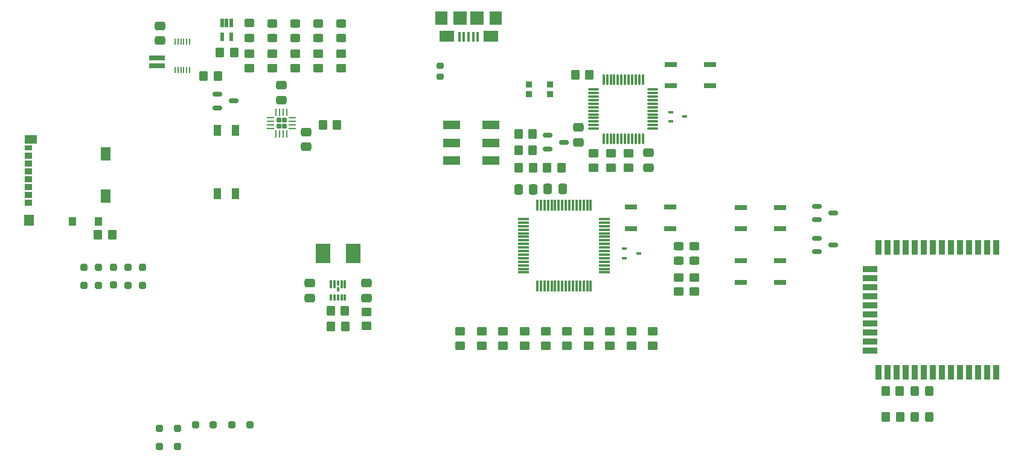
<source format=gtp>
G04 #@! TF.GenerationSoftware,KiCad,Pcbnew,7.0.10*
G04 #@! TF.CreationDate,2024-03-07T14:57:28-05:00*
G04 #@! TF.ProjectId,ECE477_PCBDesign,45434534-3737-45f5-9043-424465736967,1*
G04 #@! TF.SameCoordinates,Original*
G04 #@! TF.FileFunction,Paste,Top*
G04 #@! TF.FilePolarity,Positive*
%FSLAX46Y46*%
G04 Gerber Fmt 4.6, Leading zero omitted, Abs format (unit mm)*
G04 Created by KiCad (PCBNEW 7.0.10) date 2024-03-07 14:57:28*
%MOMM*%
%LPD*%
G01*
G04 APERTURE LIST*
G04 Aperture macros list*
%AMRoundRect*
0 Rectangle with rounded corners*
0 $1 Rounding radius*
0 $2 $3 $4 $5 $6 $7 $8 $9 X,Y pos of 4 corners*
0 Add a 4 corners polygon primitive as box body*
4,1,4,$2,$3,$4,$5,$6,$7,$8,$9,$2,$3,0*
0 Add four circle primitives for the rounded corners*
1,1,$1+$1,$2,$3*
1,1,$1+$1,$4,$5*
1,1,$1+$1,$6,$7*
1,1,$1+$1,$8,$9*
0 Add four rect primitives between the rounded corners*
20,1,$1+$1,$2,$3,$4,$5,0*
20,1,$1+$1,$4,$5,$6,$7,0*
20,1,$1+$1,$6,$7,$8,$9,0*
20,1,$1+$1,$8,$9,$2,$3,0*%
G04 Aperture macros list end*
%ADD10C,0.010000*%
%ADD11R,2.489200X1.193800*%
%ADD12RoundRect,0.250000X-0.250000X-0.250000X0.250000X-0.250000X0.250000X0.250000X-0.250000X0.250000X0*%
%ADD13RoundRect,0.250000X0.450000X-0.350000X0.450000X0.350000X-0.450000X0.350000X-0.450000X-0.350000X0*%
%ADD14R,0.812800X0.838200*%
%ADD15R,1.701800X0.762000*%
%ADD16RoundRect,0.250000X0.450000X-0.325000X0.450000X0.325000X-0.450000X0.325000X-0.450000X-0.325000X0*%
%ADD17RoundRect,0.250000X-0.350000X-0.450000X0.350000X-0.450000X0.350000X0.450000X-0.350000X0.450000X0*%
%ADD18RoundRect,0.250000X-0.450000X0.350000X-0.450000X-0.350000X0.450000X-0.350000X0.450000X0.350000X0*%
%ADD19RoundRect,0.075000X0.662500X0.075000X-0.662500X0.075000X-0.662500X-0.075000X0.662500X-0.075000X0*%
%ADD20RoundRect,0.075000X0.075000X0.662500X-0.075000X0.662500X-0.075000X-0.662500X0.075000X-0.662500X0*%
%ADD21RoundRect,0.250000X-0.475000X0.337500X-0.475000X-0.337500X0.475000X-0.337500X0.475000X0.337500X0*%
%ADD22RoundRect,0.250000X0.350000X0.450000X-0.350000X0.450000X-0.350000X-0.450000X0.350000X-0.450000X0*%
%ADD23RoundRect,0.250000X-0.450000X0.325000X-0.450000X-0.325000X0.450000X-0.325000X0.450000X0.325000X0*%
%ADD24R,2.209800X0.711200*%
%ADD25RoundRect,0.150000X-0.512500X-0.150000X0.512500X-0.150000X0.512500X0.150000X-0.512500X0.150000X0*%
%ADD26RoundRect,0.250000X0.250000X-0.250000X0.250000X0.250000X-0.250000X0.250000X-0.250000X-0.250000X0*%
%ADD27RoundRect,0.250000X-0.325000X-0.450000X0.325000X-0.450000X0.325000X0.450000X-0.325000X0.450000X0*%
%ADD28RoundRect,0.250000X-0.337500X-0.475000X0.337500X-0.475000X0.337500X0.475000X-0.337500X0.475000X0*%
%ADD29R,0.900000X2.000000*%
%ADD30R,2.000000X0.900000*%
%ADD31R,0.700000X0.450000*%
%ADD32RoundRect,0.218750X0.256250X-0.218750X0.256250X0.218750X-0.256250X0.218750X-0.256250X-0.218750X0*%
%ADD33RoundRect,0.172500X-0.172500X0.172500X-0.172500X-0.172500X0.172500X-0.172500X0.172500X0.172500X0*%
%ADD34RoundRect,0.062500X-0.062500X0.453500X-0.062500X-0.453500X0.062500X-0.453500X0.062500X0.453500X0*%
%ADD35RoundRect,0.062500X-0.453500X0.062500X-0.453500X-0.062500X0.453500X-0.062500X0.453500X0.062500X0*%
%ADD36RoundRect,0.250000X0.475000X-0.337500X0.475000X0.337500X-0.475000X0.337500X-0.475000X-0.337500X0*%
%ADD37RoundRect,0.075000X0.700000X0.075000X-0.700000X0.075000X-0.700000X-0.075000X0.700000X-0.075000X0*%
%ADD38RoundRect,0.075000X0.075000X0.700000X-0.075000X0.700000X-0.075000X-0.700000X0.075000X-0.700000X0*%
%ADD39R,1.100000X0.850000*%
%ADD40R,1.100000X0.750000*%
%ADD41R,1.000000X1.200000*%
%ADD42R,1.350000X1.550000*%
%ADD43R,1.800000X1.170000*%
%ADD44R,1.350000X1.900000*%
%ADD45R,1.100000X1.500000*%
%ADD46RoundRect,0.012500X0.112500X-0.386000X0.112500X0.386000X-0.112500X0.386000X-0.112500X-0.386000X0*%
%ADD47RoundRect,0.012500X0.112500X-0.536000X0.112500X0.536000X-0.112500X0.536000X-0.112500X-0.536000X0*%
%ADD48R,2.158600X2.794000*%
%ADD49RoundRect,0.020000X-0.180000X0.575000X-0.180000X-0.575000X0.180000X-0.575000X0.180000X0.575000X0*%
%ADD50R,0.200000X0.200000*%
%ADD51O,0.200000X0.850000*%
%ADD52R,0.400000X1.350000*%
%ADD53R,1.800000X1.900000*%
%ADD54R,2.100000X1.600000*%
%ADD55R,1.900000X1.900000*%
%ADD56RoundRect,0.250000X0.337500X0.475000X-0.337500X0.475000X-0.337500X-0.475000X0.337500X-0.475000X0*%
G04 APERTURE END LIST*
D10*
X192771311Y-142538060D02*
X192773311Y-142538060D01*
X192776311Y-142539060D01*
X192778311Y-142539060D01*
X192781311Y-142540060D01*
X192783311Y-142541060D01*
X192786311Y-142542060D01*
X192788311Y-142544060D01*
X192790311Y-142545060D01*
X192792311Y-142547060D01*
X192794311Y-142548060D01*
X192796311Y-142550060D01*
X192798311Y-142552060D01*
X192800311Y-142554060D01*
X192802311Y-142556060D01*
X192803311Y-142558060D01*
X192805311Y-142560060D01*
X192806311Y-142562060D01*
X192808311Y-142564060D01*
X192809311Y-142567060D01*
X192810311Y-142569060D01*
X192811311Y-142572060D01*
X192811311Y-142574060D01*
X192812311Y-142577060D01*
X192812311Y-142579060D01*
X192813311Y-142582060D01*
X192813311Y-142584060D01*
X192813311Y-142587060D01*
X192813311Y-143037060D01*
X192813311Y-143040060D01*
X192813311Y-143042060D01*
X192812311Y-143045060D01*
X192812311Y-143047060D01*
X192811311Y-143050060D01*
X192811311Y-143052060D01*
X192810311Y-143055060D01*
X192809311Y-143057060D01*
X192808311Y-143060060D01*
X192806311Y-143062060D01*
X192805311Y-143064060D01*
X192803311Y-143066060D01*
X192802311Y-143068060D01*
X192800311Y-143070060D01*
X192798311Y-143072060D01*
X192796311Y-143074060D01*
X192794311Y-143076060D01*
X192792311Y-143077060D01*
X192790311Y-143079060D01*
X192788311Y-143080060D01*
X192786311Y-143082060D01*
X192783311Y-143083060D01*
X192781311Y-143084060D01*
X192778311Y-143085060D01*
X192776311Y-143085060D01*
X192773311Y-143086060D01*
X192771311Y-143086060D01*
X192768311Y-143087060D01*
X192766311Y-143087060D01*
X192763311Y-143087060D01*
X192613311Y-143087060D01*
X192610311Y-143087060D01*
X192608311Y-143087060D01*
X192605311Y-143086060D01*
X192603311Y-143086060D01*
X192600311Y-143085060D01*
X192598311Y-143085060D01*
X192595311Y-143084060D01*
X192593311Y-143083060D01*
X192590311Y-143082060D01*
X192588311Y-143080060D01*
X192586311Y-143079060D01*
X192584311Y-143077060D01*
X192582311Y-143076060D01*
X192580311Y-143074060D01*
X192578311Y-143072060D01*
X192576311Y-143070060D01*
X192574311Y-143068060D01*
X192573311Y-143066060D01*
X192571311Y-143064060D01*
X192570311Y-143062060D01*
X192568311Y-143060060D01*
X192567311Y-143057060D01*
X192566311Y-143055060D01*
X192565311Y-143052060D01*
X192565311Y-143050060D01*
X192564311Y-143047060D01*
X192564311Y-143045060D01*
X192563311Y-143042060D01*
X192563311Y-143040060D01*
X192563311Y-143037060D01*
X192563311Y-142587060D01*
X192563311Y-142584060D01*
X192563311Y-142582060D01*
X192564311Y-142579060D01*
X192564311Y-142577060D01*
X192565311Y-142574060D01*
X192565311Y-142572060D01*
X192566311Y-142569060D01*
X192567311Y-142567060D01*
X192568311Y-142564060D01*
X192570311Y-142562060D01*
X192571311Y-142560060D01*
X192573311Y-142558060D01*
X192574311Y-142556060D01*
X192576311Y-142554060D01*
X192578311Y-142552060D01*
X192580311Y-142550060D01*
X192582311Y-142548060D01*
X192584311Y-142547060D01*
X192586311Y-142545060D01*
X192588311Y-142544060D01*
X192590311Y-142542060D01*
X192593311Y-142541060D01*
X192595311Y-142540060D01*
X192598311Y-142539060D01*
X192600311Y-142539060D01*
X192603311Y-142538060D01*
X192605311Y-142538060D01*
X192608311Y-142537060D01*
X192610311Y-142537060D01*
X192613311Y-142537060D01*
X192763311Y-142537060D01*
X192766311Y-142537060D01*
X192768311Y-142537060D01*
X192771311Y-142538060D01*
G36*
X192771311Y-142538060D02*
G01*
X192773311Y-142538060D01*
X192776311Y-142539060D01*
X192778311Y-142539060D01*
X192781311Y-142540060D01*
X192783311Y-142541060D01*
X192786311Y-142542060D01*
X192788311Y-142544060D01*
X192790311Y-142545060D01*
X192792311Y-142547060D01*
X192794311Y-142548060D01*
X192796311Y-142550060D01*
X192798311Y-142552060D01*
X192800311Y-142554060D01*
X192802311Y-142556060D01*
X192803311Y-142558060D01*
X192805311Y-142560060D01*
X192806311Y-142562060D01*
X192808311Y-142564060D01*
X192809311Y-142567060D01*
X192810311Y-142569060D01*
X192811311Y-142572060D01*
X192811311Y-142574060D01*
X192812311Y-142577060D01*
X192812311Y-142579060D01*
X192813311Y-142582060D01*
X192813311Y-142584060D01*
X192813311Y-142587060D01*
X192813311Y-143037060D01*
X192813311Y-143040060D01*
X192813311Y-143042060D01*
X192812311Y-143045060D01*
X192812311Y-143047060D01*
X192811311Y-143050060D01*
X192811311Y-143052060D01*
X192810311Y-143055060D01*
X192809311Y-143057060D01*
X192808311Y-143060060D01*
X192806311Y-143062060D01*
X192805311Y-143064060D01*
X192803311Y-143066060D01*
X192802311Y-143068060D01*
X192800311Y-143070060D01*
X192798311Y-143072060D01*
X192796311Y-143074060D01*
X192794311Y-143076060D01*
X192792311Y-143077060D01*
X192790311Y-143079060D01*
X192788311Y-143080060D01*
X192786311Y-143082060D01*
X192783311Y-143083060D01*
X192781311Y-143084060D01*
X192778311Y-143085060D01*
X192776311Y-143085060D01*
X192773311Y-143086060D01*
X192771311Y-143086060D01*
X192768311Y-143087060D01*
X192766311Y-143087060D01*
X192763311Y-143087060D01*
X192613311Y-143087060D01*
X192610311Y-143087060D01*
X192608311Y-143087060D01*
X192605311Y-143086060D01*
X192603311Y-143086060D01*
X192600311Y-143085060D01*
X192598311Y-143085060D01*
X192595311Y-143084060D01*
X192593311Y-143083060D01*
X192590311Y-143082060D01*
X192588311Y-143080060D01*
X192586311Y-143079060D01*
X192584311Y-143077060D01*
X192582311Y-143076060D01*
X192580311Y-143074060D01*
X192578311Y-143072060D01*
X192576311Y-143070060D01*
X192574311Y-143068060D01*
X192573311Y-143066060D01*
X192571311Y-143064060D01*
X192570311Y-143062060D01*
X192568311Y-143060060D01*
X192567311Y-143057060D01*
X192566311Y-143055060D01*
X192565311Y-143052060D01*
X192565311Y-143050060D01*
X192564311Y-143047060D01*
X192564311Y-143045060D01*
X192563311Y-143042060D01*
X192563311Y-143040060D01*
X192563311Y-143037060D01*
X192563311Y-142587060D01*
X192563311Y-142584060D01*
X192563311Y-142582060D01*
X192564311Y-142579060D01*
X192564311Y-142577060D01*
X192565311Y-142574060D01*
X192565311Y-142572060D01*
X192566311Y-142569060D01*
X192567311Y-142567060D01*
X192568311Y-142564060D01*
X192570311Y-142562060D01*
X192571311Y-142560060D01*
X192573311Y-142558060D01*
X192574311Y-142556060D01*
X192576311Y-142554060D01*
X192578311Y-142552060D01*
X192580311Y-142550060D01*
X192582311Y-142548060D01*
X192584311Y-142547060D01*
X192586311Y-142545060D01*
X192588311Y-142544060D01*
X192590311Y-142542060D01*
X192593311Y-142541060D01*
X192595311Y-142540060D01*
X192598311Y-142539060D01*
X192600311Y-142539060D01*
X192603311Y-142538060D01*
X192605311Y-142538060D01*
X192608311Y-142537060D01*
X192610311Y-142537060D01*
X192613311Y-142537060D01*
X192763311Y-142537060D01*
X192766311Y-142537060D01*
X192768311Y-142537060D01*
X192771311Y-142538060D01*
G37*
X192771311Y-141661060D02*
X192773311Y-141661060D01*
X192776311Y-141662060D01*
X192778311Y-141662060D01*
X192781311Y-141663060D01*
X192783311Y-141664060D01*
X192786311Y-141665060D01*
X192788311Y-141667060D01*
X192790311Y-141668060D01*
X192792311Y-141670060D01*
X192794311Y-141671060D01*
X192796311Y-141673060D01*
X192798311Y-141675060D01*
X192800311Y-141677060D01*
X192802311Y-141679060D01*
X192803311Y-141681060D01*
X192805311Y-141683060D01*
X192806311Y-141685060D01*
X192808311Y-141687060D01*
X192809311Y-141690060D01*
X192810311Y-141692060D01*
X192811311Y-141695060D01*
X192811311Y-141697060D01*
X192812311Y-141700060D01*
X192812311Y-141702060D01*
X192813311Y-141705060D01*
X192813311Y-141707060D01*
X192813311Y-141710060D01*
X192813311Y-142160060D01*
X192813311Y-142163060D01*
X192813311Y-142165060D01*
X192812311Y-142168060D01*
X192812311Y-142170060D01*
X192811311Y-142173060D01*
X192811311Y-142175060D01*
X192810311Y-142178060D01*
X192809311Y-142180060D01*
X192808311Y-142183060D01*
X192806311Y-142185060D01*
X192805311Y-142187060D01*
X192803311Y-142189060D01*
X192802311Y-142191060D01*
X192800311Y-142193060D01*
X192798311Y-142195060D01*
X192796311Y-142197060D01*
X192794311Y-142199060D01*
X192792311Y-142200060D01*
X192790311Y-142202060D01*
X192788311Y-142203060D01*
X192786311Y-142205060D01*
X192783311Y-142206060D01*
X192781311Y-142207060D01*
X192778311Y-142208060D01*
X192776311Y-142208060D01*
X192773311Y-142209060D01*
X192771311Y-142209060D01*
X192768311Y-142210060D01*
X192766311Y-142210060D01*
X192763311Y-142210060D01*
X192613311Y-142210060D01*
X192610311Y-142210060D01*
X192608311Y-142210060D01*
X192605311Y-142209060D01*
X192603311Y-142209060D01*
X192600311Y-142208060D01*
X192598311Y-142208060D01*
X192595311Y-142207060D01*
X192593311Y-142206060D01*
X192590311Y-142205060D01*
X192588311Y-142203060D01*
X192586311Y-142202060D01*
X192584311Y-142200060D01*
X192582311Y-142199060D01*
X192580311Y-142197060D01*
X192578311Y-142195060D01*
X192576311Y-142193060D01*
X192574311Y-142191060D01*
X192573311Y-142189060D01*
X192571311Y-142187060D01*
X192570311Y-142185060D01*
X192568311Y-142183060D01*
X192567311Y-142180060D01*
X192566311Y-142178060D01*
X192565311Y-142175060D01*
X192565311Y-142173060D01*
X192564311Y-142170060D01*
X192564311Y-142168060D01*
X192563311Y-142165060D01*
X192563311Y-142163060D01*
X192563311Y-142160060D01*
X192563311Y-141710060D01*
X192563311Y-141707060D01*
X192563311Y-141705060D01*
X192564311Y-141702060D01*
X192564311Y-141700060D01*
X192565311Y-141697060D01*
X192565311Y-141695060D01*
X192566311Y-141692060D01*
X192567311Y-141690060D01*
X192568311Y-141687060D01*
X192570311Y-141685060D01*
X192571311Y-141683060D01*
X192573311Y-141681060D01*
X192574311Y-141679060D01*
X192576311Y-141677060D01*
X192578311Y-141675060D01*
X192580311Y-141673060D01*
X192582311Y-141671060D01*
X192584311Y-141670060D01*
X192586311Y-141668060D01*
X192588311Y-141667060D01*
X192590311Y-141665060D01*
X192593311Y-141664060D01*
X192595311Y-141663060D01*
X192598311Y-141662060D01*
X192600311Y-141662060D01*
X192603311Y-141661060D01*
X192605311Y-141661060D01*
X192608311Y-141660060D01*
X192610311Y-141660060D01*
X192613311Y-141660060D01*
X192763311Y-141660060D01*
X192766311Y-141660060D01*
X192768311Y-141660060D01*
X192771311Y-141661060D01*
G36*
X192771311Y-141661060D02*
G01*
X192773311Y-141661060D01*
X192776311Y-141662060D01*
X192778311Y-141662060D01*
X192781311Y-141663060D01*
X192783311Y-141664060D01*
X192786311Y-141665060D01*
X192788311Y-141667060D01*
X192790311Y-141668060D01*
X192792311Y-141670060D01*
X192794311Y-141671060D01*
X192796311Y-141673060D01*
X192798311Y-141675060D01*
X192800311Y-141677060D01*
X192802311Y-141679060D01*
X192803311Y-141681060D01*
X192805311Y-141683060D01*
X192806311Y-141685060D01*
X192808311Y-141687060D01*
X192809311Y-141690060D01*
X192810311Y-141692060D01*
X192811311Y-141695060D01*
X192811311Y-141697060D01*
X192812311Y-141700060D01*
X192812311Y-141702060D01*
X192813311Y-141705060D01*
X192813311Y-141707060D01*
X192813311Y-141710060D01*
X192813311Y-142160060D01*
X192813311Y-142163060D01*
X192813311Y-142165060D01*
X192812311Y-142168060D01*
X192812311Y-142170060D01*
X192811311Y-142173060D01*
X192811311Y-142175060D01*
X192810311Y-142178060D01*
X192809311Y-142180060D01*
X192808311Y-142183060D01*
X192806311Y-142185060D01*
X192805311Y-142187060D01*
X192803311Y-142189060D01*
X192802311Y-142191060D01*
X192800311Y-142193060D01*
X192798311Y-142195060D01*
X192796311Y-142197060D01*
X192794311Y-142199060D01*
X192792311Y-142200060D01*
X192790311Y-142202060D01*
X192788311Y-142203060D01*
X192786311Y-142205060D01*
X192783311Y-142206060D01*
X192781311Y-142207060D01*
X192778311Y-142208060D01*
X192776311Y-142208060D01*
X192773311Y-142209060D01*
X192771311Y-142209060D01*
X192768311Y-142210060D01*
X192766311Y-142210060D01*
X192763311Y-142210060D01*
X192613311Y-142210060D01*
X192610311Y-142210060D01*
X192608311Y-142210060D01*
X192605311Y-142209060D01*
X192603311Y-142209060D01*
X192600311Y-142208060D01*
X192598311Y-142208060D01*
X192595311Y-142207060D01*
X192593311Y-142206060D01*
X192590311Y-142205060D01*
X192588311Y-142203060D01*
X192586311Y-142202060D01*
X192584311Y-142200060D01*
X192582311Y-142199060D01*
X192580311Y-142197060D01*
X192578311Y-142195060D01*
X192576311Y-142193060D01*
X192574311Y-142191060D01*
X192573311Y-142189060D01*
X192571311Y-142187060D01*
X192570311Y-142185060D01*
X192568311Y-142183060D01*
X192567311Y-142180060D01*
X192566311Y-142178060D01*
X192565311Y-142175060D01*
X192565311Y-142173060D01*
X192564311Y-142170060D01*
X192564311Y-142168060D01*
X192563311Y-142165060D01*
X192563311Y-142163060D01*
X192563311Y-142160060D01*
X192563311Y-141710060D01*
X192563311Y-141707060D01*
X192563311Y-141705060D01*
X192564311Y-141702060D01*
X192564311Y-141700060D01*
X192565311Y-141697060D01*
X192565311Y-141695060D01*
X192566311Y-141692060D01*
X192567311Y-141690060D01*
X192568311Y-141687060D01*
X192570311Y-141685060D01*
X192571311Y-141683060D01*
X192573311Y-141681060D01*
X192574311Y-141679060D01*
X192576311Y-141677060D01*
X192578311Y-141675060D01*
X192580311Y-141673060D01*
X192582311Y-141671060D01*
X192584311Y-141670060D01*
X192586311Y-141668060D01*
X192588311Y-141667060D01*
X192590311Y-141665060D01*
X192593311Y-141664060D01*
X192595311Y-141663060D01*
X192598311Y-141662060D01*
X192600311Y-141662060D01*
X192603311Y-141661060D01*
X192605311Y-141661060D01*
X192608311Y-141660060D01*
X192610311Y-141660060D01*
X192613311Y-141660060D01*
X192763311Y-141660060D01*
X192766311Y-141660060D01*
X192768311Y-141660060D01*
X192771311Y-141661060D01*
G37*
D11*
X214123084Y-124825000D03*
X214123084Y-122325000D03*
X214123084Y-119825000D03*
X208611284Y-119825000D03*
X208611284Y-122325000D03*
X208611284Y-124825000D03*
D12*
X172710000Y-161900000D03*
X175210000Y-161900000D03*
D13*
X193150000Y-111850000D03*
X193150000Y-109850000D03*
D14*
X222473600Y-115515001D03*
X222473600Y-114134999D03*
X219476400Y-114134999D03*
X219476400Y-115515001D03*
D13*
X236825000Y-150750000D03*
X236825000Y-148750000D03*
D15*
X254674701Y-134390000D03*
X254674701Y-131390000D03*
X249165299Y-131390000D03*
X249165299Y-134390000D03*
D16*
X242650000Y-138857500D03*
X242650000Y-136807500D03*
D17*
X191710000Y-148070000D03*
X193710000Y-148070000D03*
D18*
X224825000Y-148750000D03*
X224825000Y-150750000D03*
D19*
X236862500Y-120325000D03*
X236862500Y-119825000D03*
X236862500Y-119325000D03*
X236862500Y-118825000D03*
X236862500Y-118325000D03*
X236862500Y-117825000D03*
X236862500Y-117325000D03*
X236862500Y-116825000D03*
X236862500Y-116325000D03*
X236862500Y-115825000D03*
X236862500Y-115325000D03*
X236862500Y-114825000D03*
D20*
X235450000Y-113412500D03*
X234950000Y-113412500D03*
X234450000Y-113412500D03*
X233950000Y-113412500D03*
X233450000Y-113412500D03*
X232950000Y-113412500D03*
X232450000Y-113412500D03*
X231950000Y-113412500D03*
X231450000Y-113412500D03*
X230950000Y-113412500D03*
X230450000Y-113412500D03*
X229950000Y-113412500D03*
D19*
X228537500Y-114825000D03*
X228537500Y-115325000D03*
X228537500Y-115825000D03*
X228537500Y-116325000D03*
X228537500Y-116825000D03*
X228537500Y-117325000D03*
X228537500Y-117825000D03*
X228537500Y-118325000D03*
X228537500Y-118825000D03*
X228537500Y-119325000D03*
X228537500Y-119825000D03*
X228537500Y-120325000D03*
D20*
X229950000Y-121737500D03*
X230450000Y-121737500D03*
X230950000Y-121737500D03*
X231450000Y-121737500D03*
X231950000Y-121737500D03*
X232450000Y-121737500D03*
X232950000Y-121737500D03*
X233450000Y-121737500D03*
X233950000Y-121737500D03*
X234450000Y-121737500D03*
X234950000Y-121737500D03*
X235450000Y-121737500D03*
D21*
X188250000Y-120812500D03*
X188250000Y-122887500D03*
D16*
X240460000Y-138875000D03*
X240460000Y-136825000D03*
D22*
X193688311Y-145849560D03*
X191688311Y-145849560D03*
D13*
X233450000Y-125775000D03*
X233450000Y-123775000D03*
X233825000Y-150750000D03*
X233825000Y-148750000D03*
D21*
X226450000Y-120150000D03*
X226450000Y-122225000D03*
D15*
X239395299Y-111325000D03*
X239395299Y-114325000D03*
X244904701Y-114325000D03*
X244904701Y-111325000D03*
D23*
X193150000Y-105543750D03*
X193150000Y-107593750D03*
D13*
X196710000Y-148010000D03*
X196710000Y-146010000D03*
D24*
X167280000Y-111541500D03*
X167280000Y-110398500D03*
D25*
X259862500Y-131227500D03*
X259862500Y-133127500D03*
X262137500Y-132177500D03*
D26*
X157080000Y-142307500D03*
X157080000Y-139807500D03*
X165310000Y-142290000D03*
X165310000Y-139790000D03*
D22*
X178140000Y-109630000D03*
X176140000Y-109630000D03*
D18*
X183500000Y-109850000D03*
X183500000Y-111850000D03*
X230825000Y-148750000D03*
X230825000Y-150750000D03*
D22*
X175830000Y-112930000D03*
X173830000Y-112930000D03*
D17*
X222025000Y-125800000D03*
X224025000Y-125800000D03*
D21*
X236200000Y-123712500D03*
X236200000Y-125787500D03*
D15*
X233775000Y-131331250D03*
X233775000Y-134331250D03*
X239284402Y-134331250D03*
X239284402Y-131331250D03*
D25*
X222112500Y-121280000D03*
X222112500Y-123180000D03*
X224387500Y-122230000D03*
D17*
X218025000Y-125825000D03*
X220025000Y-125825000D03*
D22*
X161052500Y-135230000D03*
X159052500Y-135230000D03*
D27*
X273590000Y-160800000D03*
X275640000Y-160800000D03*
D18*
X221825000Y-148750000D03*
X221825000Y-150750000D03*
D16*
X183500000Y-107600000D03*
X183500000Y-105550000D03*
D25*
X175787500Y-115500000D03*
X175787500Y-117400000D03*
X178062500Y-116450000D03*
D16*
X189950000Y-107593750D03*
X189950000Y-105543750D03*
D18*
X189950000Y-109850000D03*
X189950000Y-111850000D03*
D26*
X159140000Y-142300000D03*
X159140000Y-139800000D03*
D13*
X240460000Y-143190000D03*
X240460000Y-141190000D03*
D21*
X196730000Y-142012500D03*
X196730000Y-144087500D03*
D28*
X222132500Y-128740000D03*
X224207500Y-128740000D03*
D26*
X170170000Y-164910000D03*
X170170000Y-162410000D03*
D29*
X285045000Y-137000000D03*
X283775000Y-137000000D03*
X282505000Y-137000000D03*
X281235000Y-137000000D03*
X279965000Y-137000000D03*
X278695000Y-137000000D03*
X277425000Y-137000000D03*
X276155000Y-137000000D03*
X274885000Y-137000000D03*
X273615000Y-137000000D03*
X272345000Y-137000000D03*
X271075000Y-137000000D03*
X269805000Y-137000000D03*
X268535000Y-137000000D03*
D30*
X267285000Y-140035000D03*
X267285000Y-141305000D03*
X267285000Y-142575000D03*
X267285000Y-143845000D03*
X267285000Y-145115000D03*
X267285000Y-146385000D03*
X267285000Y-147655000D03*
X267285000Y-148925000D03*
X267285000Y-150195000D03*
X267285000Y-151465000D03*
D29*
X268535000Y-154500000D03*
X269805000Y-154500000D03*
X271075000Y-154500000D03*
X272345000Y-154500000D03*
X273615000Y-154500000D03*
X274885000Y-154500000D03*
X276155000Y-154500000D03*
X277425000Y-154500000D03*
X278695000Y-154500000D03*
X279965000Y-154500000D03*
X281235000Y-154500000D03*
X282505000Y-154500000D03*
X283775000Y-154500000D03*
X285045000Y-154500000D03*
D31*
X232860000Y-137200000D03*
X232860000Y-138500000D03*
X234860000Y-137850000D03*
D18*
X186725000Y-109850000D03*
X186725000Y-111850000D03*
D26*
X161190000Y-142280000D03*
X161190000Y-139780000D03*
D32*
X207042184Y-113037500D03*
X207042184Y-111462500D03*
D16*
X186725000Y-107600000D03*
X186725000Y-105550000D03*
D18*
X230950000Y-123800000D03*
X230950000Y-125800000D03*
D33*
X185187500Y-119137500D03*
X184387500Y-119137500D03*
X185187500Y-119937500D03*
X184387500Y-119937500D03*
D34*
X185537500Y-118021500D03*
X185037500Y-118021500D03*
X184537500Y-118021500D03*
X184037500Y-118021500D03*
D35*
X183271500Y-118787500D03*
X183271500Y-119287500D03*
X183271500Y-119787500D03*
X183271500Y-120287500D03*
D34*
X184037500Y-121053500D03*
X184533500Y-121053500D03*
X185037500Y-121053500D03*
X185537500Y-121053500D03*
D35*
X186303500Y-120287500D03*
X186303500Y-119787500D03*
X186303500Y-119287500D03*
X186303500Y-118787500D03*
D13*
X228510000Y-125800000D03*
X228510000Y-123800000D03*
D23*
X180275000Y-105525000D03*
X180275000Y-107575000D03*
D36*
X184780000Y-116297500D03*
X184780000Y-114222500D03*
D25*
X259862500Y-135677500D03*
X259862500Y-137577500D03*
X262137500Y-136627500D03*
D15*
X254734701Y-141870000D03*
X254734701Y-138870000D03*
X249225299Y-138870000D03*
X249225299Y-141870000D03*
D37*
X230075000Y-140500000D03*
X230075000Y-140000000D03*
X230075000Y-139500000D03*
X230075000Y-139000000D03*
X230075000Y-138500000D03*
X230075000Y-138000000D03*
X230075000Y-137500000D03*
X230075000Y-137000000D03*
X230075000Y-136500000D03*
X230075000Y-136000000D03*
X230075000Y-135500000D03*
X230075000Y-135000000D03*
X230075000Y-134500000D03*
X230075000Y-134000000D03*
X230075000Y-133500000D03*
X230075000Y-133000000D03*
D38*
X228150000Y-131075000D03*
X227650000Y-131075000D03*
X227150000Y-131075000D03*
X226650000Y-131075000D03*
X226150000Y-131075000D03*
X225650000Y-131075000D03*
X225150000Y-131075000D03*
X224650000Y-131075000D03*
X224150000Y-131075000D03*
X223650000Y-131075000D03*
X223150000Y-131075000D03*
X222650000Y-131075000D03*
X222150000Y-131075000D03*
X221650000Y-131075000D03*
X221150000Y-131075000D03*
X220650000Y-131075000D03*
D37*
X218725000Y-133000000D03*
X218725000Y-133500000D03*
X218725000Y-134000000D03*
X218725000Y-134500000D03*
X218725000Y-135000000D03*
X218725000Y-135500000D03*
X218725000Y-136000000D03*
X218725000Y-136500000D03*
X218725000Y-137000000D03*
X218725000Y-137500000D03*
X218725000Y-138000000D03*
X218725000Y-138500000D03*
X218725000Y-139000000D03*
X218725000Y-139500000D03*
X218725000Y-140000000D03*
X218725000Y-140500000D03*
D38*
X220650000Y-142425000D03*
X221150000Y-142425000D03*
X221650000Y-142425000D03*
X222150000Y-142425000D03*
X222650000Y-142425000D03*
X223150000Y-142425000D03*
X223650000Y-142425000D03*
X224150000Y-142425000D03*
X224650000Y-142425000D03*
X225150000Y-142425000D03*
X225650000Y-142425000D03*
X226150000Y-142425000D03*
X226650000Y-142425000D03*
X227150000Y-142425000D03*
X227650000Y-142425000D03*
X228150000Y-142425000D03*
D17*
X269490000Y-157130000D03*
X271490000Y-157130000D03*
D26*
X167620000Y-164920000D03*
X167620000Y-162420000D03*
D13*
X242650000Y-143190000D03*
X242650000Y-141190000D03*
D39*
X149275000Y-130690000D03*
X149275000Y-129590000D03*
X149275000Y-128490000D03*
X149275000Y-127390000D03*
X149275000Y-126290000D03*
X149275000Y-125190000D03*
X149275000Y-124090000D03*
D40*
X149275000Y-123040000D03*
D41*
X155425000Y-133325000D03*
X159125000Y-133325000D03*
D42*
X149400000Y-133150000D03*
D43*
X149625000Y-121830000D03*
D44*
X160100000Y-123855000D03*
X160100000Y-129825000D03*
D17*
X190580000Y-119775000D03*
X192580000Y-119775000D03*
D18*
X218850000Y-148750000D03*
X218850000Y-150750000D03*
D22*
X220020000Y-123350000D03*
X218020000Y-123350000D03*
D45*
X175760000Y-129450000D03*
X175760000Y-120550000D03*
X178300000Y-129450000D03*
X178300000Y-120550000D03*
D31*
X239330000Y-118000000D03*
X239330000Y-119300000D03*
X241330000Y-118650000D03*
D18*
X212850000Y-148750000D03*
X212850000Y-150750000D03*
D27*
X273590000Y-157130000D03*
X275640000Y-157130000D03*
D46*
X191688311Y-143985560D03*
X192188311Y-143985560D03*
X192688311Y-143985560D03*
X193188311Y-143985560D03*
X193688311Y-143985560D03*
D47*
X193688311Y-142138560D03*
X193188311Y-142138560D03*
X192188311Y-142138560D03*
X191688311Y-142138560D03*
D21*
X167775000Y-105912500D03*
X167775000Y-107987500D03*
D48*
X190567611Y-137824560D03*
X194809011Y-137824560D03*
D49*
X177725000Y-105530000D03*
X177075000Y-105530000D03*
X176425000Y-105530000D03*
X176425000Y-107450000D03*
X177725000Y-107450000D03*
D50*
X171875000Y-107800000D03*
D51*
X171875000Y-108125000D03*
D50*
X171475000Y-107800000D03*
D51*
X171475000Y-108125000D03*
D50*
X171075000Y-107800000D03*
D51*
X171075000Y-108125000D03*
D50*
X170675000Y-107800000D03*
D51*
X170675000Y-108125000D03*
D50*
X170275000Y-107800000D03*
D51*
X170275000Y-108125000D03*
D50*
X169875000Y-107800000D03*
D51*
X169875000Y-108125000D03*
X169875000Y-112075000D03*
D50*
X169875000Y-112400000D03*
D51*
X170275000Y-112075000D03*
D50*
X170275000Y-112400000D03*
D51*
X170675000Y-112075000D03*
D50*
X170675000Y-112400000D03*
D51*
X171075000Y-112075000D03*
D50*
X171075000Y-112400000D03*
D51*
X171475000Y-112075000D03*
D50*
X171475000Y-112400000D03*
D51*
X171875000Y-112075000D03*
D50*
X171875000Y-112400000D03*
D17*
X269502500Y-160800000D03*
X271502500Y-160800000D03*
D52*
X212317184Y-107450000D03*
X211667184Y-107450000D03*
X211017184Y-107450000D03*
X210367184Y-107450000D03*
X209717184Y-107450000D03*
D53*
X214817184Y-104775000D03*
D54*
X214117184Y-107325000D03*
D55*
X212217184Y-104775000D03*
X209817184Y-104775000D03*
D54*
X207917184Y-107325000D03*
D53*
X207217184Y-104775000D03*
D18*
X227825000Y-148750000D03*
X227825000Y-150750000D03*
D22*
X220020000Y-121060000D03*
X218020000Y-121060000D03*
D56*
X220107500Y-128860000D03*
X218032500Y-128860000D03*
D12*
X177820000Y-161900000D03*
X180320000Y-161900000D03*
D13*
X180275000Y-111850000D03*
X180275000Y-109850000D03*
D26*
X163250000Y-142290000D03*
X163250000Y-139790000D03*
D17*
X225975000Y-112775000D03*
X227975000Y-112775000D03*
D18*
X215850000Y-148750000D03*
X215850000Y-150750000D03*
D21*
X188760000Y-142022500D03*
X188760000Y-144097500D03*
D18*
X209850000Y-148750000D03*
X209850000Y-150750000D03*
M02*

</source>
